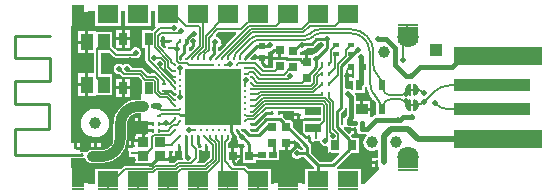
<source format=gtl>
G04 Layer_Physical_Order=1*
G04 Layer_Color=255*
%FSLAX24Y24*%
%MOIN*%
G70*
G01*
G75*
%ADD10C,0.0079*%
%ADD11C,0.0080*%
%ADD12C,0.0090*%
%ADD13C,0.0350*%
%ADD14C,0.0120*%
%ADD15C,0.0060*%
%ADD16R,0.2960X0.0600*%
%ADD17R,0.2560X0.0400*%
%ADD18R,0.0256X0.0413*%
%ADD19R,0.0413X0.0551*%
%ADD20R,0.1902X0.1902*%
%ADD21C,0.0108*%
%ADD22R,0.0197X0.0157*%
%ADD23R,0.0394X0.0394*%
%ADD24R,0.0236X0.0335*%
%ADD25R,0.0394X0.0335*%
%ADD26R,0.0300X0.0320*%
%ADD27R,0.0315X0.0295*%
%ADD28R,0.0197X0.0236*%
%ADD29R,0.0256X0.0197*%
%ADD30R,0.0374X0.0335*%
%ADD31R,0.0106X0.0118*%
%ADD32R,0.0551X0.0295*%
%ADD33R,0.0118X0.0106*%
%ADD34C,0.0394*%
%ADD35C,0.0709*%
%ADD36R,0.0236X0.0197*%
%ADD37R,0.0295X0.0315*%
%ADD38C,0.0079*%
%ADD39C,0.0098*%
%ADD40C,0.0100*%
%ADD41C,0.0059*%
%ADD42C,0.0050*%
%ADD43C,0.0072*%
%ADD44C,0.0150*%
%ADD45C,0.0057*%
%ADD46C,0.0200*%
%ADD47R,0.0560X0.0570*%
%ADD48R,0.0990X0.0552*%
%ADD49R,0.0709X0.0531*%
%ADD50R,0.0440X0.0531*%
%ADD51C,0.0390*%
%ADD52R,0.0440X0.0098*%
%ADD53R,0.0709X0.0098*%
%ADD54R,0.0709X0.0571*%
%ADD55C,0.0197*%
G36*
X13502Y440D02*
X13528Y423D01*
X13557Y394D01*
X13578Y371D01*
X13601Y332D01*
X13612Y295D01*
X13610Y208D01*
X13600Y180D01*
X13567Y126D01*
X13534Y94D01*
X13498Y71D01*
X13458Y59D01*
X13438Y66D01*
X13426Y87D01*
X13426Y426D01*
X13456Y455D01*
X13502Y440D01*
D02*
G37*
G36*
X13334Y446D02*
X13346Y425D01*
X13346Y86D01*
X13316Y57D01*
X13269Y72D01*
X13244Y89D01*
X13215Y118D01*
X13194Y141D01*
X13171Y180D01*
X13160Y217D01*
X13162Y304D01*
X13172Y332D01*
X13205Y386D01*
X13238Y418D01*
X13274Y441D01*
X13314Y453D01*
X13334Y446D01*
D02*
G37*
G36*
X4136Y-592D02*
X4300D01*
Y-642D01*
X4350D01*
Y-795D01*
X4459D01*
Y-775D01*
X4586D01*
Y-825D01*
X4739D01*
Y-925D01*
X4586D01*
Y-946D01*
X4586D01*
Y-1055D01*
X4739D01*
Y-1145D01*
X4738Y-1145D01*
X4724Y-1154D01*
X4723Y-1155D01*
X4586D01*
Y-1221D01*
X4476D01*
Y-1488D01*
X4376D01*
Y-1221D01*
X4139D01*
Y-1469D01*
X4132D01*
Y-1623D01*
X4082D01*
Y-1673D01*
X3923D01*
Y-1776D01*
X3943D01*
Y-1980D01*
X4159D01*
Y-2188D01*
X4668D01*
X4707Y-2233D01*
X4704Y-2256D01*
X4671Y-2288D01*
X3817D01*
X3800Y-2289D01*
X3784Y-2293D01*
X3769Y-2300D01*
X3755Y-2308D01*
X3742Y-2319D01*
X3673Y-2388D01*
X2816D01*
Y-2872D01*
X2570D01*
Y-2784D01*
X2250D01*
Y-2734D01*
X2200D01*
Y-2368D01*
X2030D01*
Y-2016D01*
X2295D01*
Y-2029D01*
X2501D01*
X2512Y-2056D01*
X2525Y-2083D01*
X2541Y-2107D01*
X2561Y-2129D01*
X2583Y-2149D01*
X2607Y-2165D01*
X2634Y-2178D01*
X2662Y-2188D01*
X2691Y-2194D01*
X2720Y-2195D01*
X3060D01*
X3061Y-2195D01*
X3114Y-2194D01*
X3168Y-2188D01*
X3221Y-2180D01*
X3274Y-2167D01*
X3325Y-2152D01*
X3376Y-2133D01*
X3425Y-2110D01*
X3473Y-2085D01*
X3519Y-2056D01*
X3562Y-2025D01*
X3604Y-1991D01*
X3644Y-1954D01*
X3681Y-1914D01*
X3715Y-1873D01*
X3746Y-1829D01*
X3775Y-1783D01*
X3800Y-1735D01*
X3823Y-1686D01*
X3842Y-1635D01*
X3857Y-1584D01*
X3870Y-1531D01*
X3873Y-1513D01*
X3923Y-1517D01*
Y-1573D01*
X4032D01*
Y-1469D01*
X3929D01*
X3881Y-1448D01*
X3884Y-1424D01*
X3885Y-1371D01*
X3885Y-1370D01*
Y-900D01*
X3885Y-896D01*
X3887Y-863D01*
X3892Y-827D01*
X3901Y-791D01*
X3914Y-757D01*
X3929Y-723D01*
X3948Y-692D01*
X3970Y-662D01*
X3995Y-635D01*
X4022Y-610D01*
X4052Y-588D01*
X4083Y-569D01*
X4091Y-566D01*
X4136Y-592D01*
D02*
G37*
G36*
X9623Y1228D02*
X9253D01*
X9245Y1236D01*
X9250Y1300D01*
X9257Y1304D01*
X9623D01*
Y1228D01*
D02*
G37*
G36*
X7446Y-1204D02*
X7551Y-1309D01*
X7550Y-1324D01*
X7551Y-1347D01*
X7556Y-1370D01*
X7563Y-1392D01*
X7574Y-1413D01*
X7575Y-1415D01*
X7585Y-1461D01*
X7585Y-1461D01*
X7585Y-1461D01*
Y-1570D01*
X7738D01*
Y-1670D01*
X7585D01*
Y-1697D01*
X7466D01*
Y-1905D01*
X7663D01*
Y-1779D01*
X7720D01*
Y-2192D01*
X8175D01*
Y-2143D01*
X8175Y-2093D01*
X8965D01*
Y-1763D01*
X9140D01*
Y-1516D01*
X9190D01*
Y-1466D01*
X9447D01*
Y-1436D01*
X9494Y-1417D01*
X9766Y-1690D01*
X9761Y-1740D01*
X9672D01*
X9659Y-1728D01*
X9639Y-1715D01*
X9618Y-1705D01*
X9596Y-1697D01*
X9573Y-1693D01*
X9550Y-1691D01*
X9527Y-1693D01*
X9504Y-1697D01*
X9497Y-1699D01*
X9459Y-1680D01*
X9447Y-1666D01*
Y-1566D01*
X9240D01*
Y-1763D01*
X9348D01*
X9366Y-1782D01*
X9381Y-1813D01*
X9377Y-1824D01*
X9373Y-1847D01*
X9371Y-1870D01*
X9373Y-1893D01*
X9377Y-1916D01*
X9385Y-1938D01*
X9395Y-1959D01*
X9408Y-1979D01*
X9424Y-1996D01*
X9441Y-2012D01*
X9461Y-2025D01*
X9482Y-2035D01*
X9504Y-2043D01*
X9527Y-2047D01*
X9550Y-2049D01*
X9573Y-2047D01*
X9596Y-2043D01*
X9618Y-2035D01*
X9639Y-2025D01*
X9659Y-2012D01*
X9672Y-2000D01*
X9796D01*
X10120Y-2324D01*
Y-2388D01*
X9816D01*
Y-2872D01*
X9704D01*
Y-2784D01*
X8796D01*
Y-2872D01*
X8684D01*
Y-2388D01*
X7957D01*
X7874Y-2306D01*
X7862Y-2295D01*
X7848Y-2286D01*
X7833Y-2280D01*
X7816Y-2276D01*
X7800Y-2275D01*
X7465D01*
X7456Y-2262D01*
X7482Y-2212D01*
X7663D01*
Y-2005D01*
X7416D01*
Y-1955D01*
X7366D01*
Y-1697D01*
X7253D01*
Y-1526D01*
X7317Y-1462D01*
X7327Y-1450D01*
X7336Y-1436D01*
X7342Y-1420D01*
X7346Y-1404D01*
X7347Y-1388D01*
Y-1363D01*
X7351Y-1359D01*
X7362Y-1341D01*
X7370Y-1321D01*
X7375Y-1301D01*
X7377Y-1280D01*
X7375Y-1258D01*
X7370Y-1238D01*
X7372Y-1234D01*
X7388Y-1230D01*
X7411Y-1220D01*
X7431Y-1208D01*
X7436Y-1204D01*
X7446Y-1204D01*
D02*
G37*
G36*
X11275Y770D02*
X11428D01*
Y670D01*
X11275D01*
Y561D01*
X11428D01*
Y254D01*
X11378Y235D01*
X11376Y236D01*
X11359Y252D01*
X11339Y265D01*
X11318Y275D01*
X11296Y283D01*
X11273Y287D01*
X11250Y289D01*
X11227Y287D01*
X11212Y284D01*
X11188Y296D01*
X11162Y319D01*
Y822D01*
X11275D01*
Y770D01*
D02*
G37*
G36*
X11880Y330D02*
X11897Y273D01*
X11916Y216D01*
X11939Y160D01*
X11966Y106D01*
X11995Y54D01*
X12028Y3D01*
X12063Y-45D01*
X12102Y-92D01*
X12143Y-135D01*
X12143Y-135D01*
X12175Y-172D01*
X12176Y-173D01*
Y-586D01*
X12176Y-586D01*
X12152Y-592D01*
X12129Y-601D01*
X12109Y-614D01*
X12090Y-630D01*
X12052Y-669D01*
X12002Y-648D01*
Y-454D01*
X11705D01*
Y-404D01*
X11655D01*
Y-136D01*
X11520D01*
Y5D01*
X11519Y29D01*
X11513Y53D01*
X11504Y76D01*
X11491Y96D01*
X11482Y106D01*
X11496Y156D01*
X11824D01*
Y354D01*
X11874Y360D01*
X11880Y330D01*
D02*
G37*
G36*
X11210Y-354D02*
Y-597D01*
X11172Y-634D01*
X11156Y-653D01*
X11144Y-674D01*
X11141Y-681D01*
X11015D01*
Y-529D01*
X11124Y-421D01*
X11137Y-405D01*
X11148Y-388D01*
X11156Y-369D01*
X11160Y-349D01*
X11210Y-354D01*
D02*
G37*
G36*
X11282Y-996D02*
X11345D01*
Y-1020D01*
X11498D01*
Y-1070D01*
X11548D01*
Y-1229D01*
X11651D01*
X11651Y-1229D01*
X11672Y-1227D01*
X11701Y-1224D01*
X11722Y-1225D01*
X11858D01*
X11873Y-1257D01*
X11874Y-1275D01*
X11872Y-1277D01*
X11848Y-1298D01*
X11827Y-1322D01*
X11808Y-1348D01*
X11793Y-1376D01*
X11781Y-1406D01*
X11772Y-1436D01*
X11766Y-1468D01*
X11765Y-1500D01*
X11766Y-1532D01*
X11772Y-1564D01*
X11781Y-1594D01*
X11793Y-1624D01*
X11808Y-1652D01*
X11827Y-1678D01*
X11848Y-1702D01*
X11872Y-1723D01*
X11898Y-1742D01*
X11926Y-1757D01*
X11956Y-1769D01*
X11986Y-1778D01*
X12018Y-1784D01*
X12050Y-1785D01*
X12082Y-1784D01*
X12114Y-1778D01*
X12144Y-1769D01*
X12174Y-1757D01*
X12202Y-1742D01*
X12212Y-1735D01*
X12256Y-1754D01*
X12262Y-1760D01*
Y-2011D01*
X12065D01*
Y-2120D01*
X12218D01*
Y-2170D01*
X12262D01*
Y-2170D01*
X12263Y-2194D01*
X12268Y-2216D01*
Y-2329D01*
X12272D01*
X12291Y-2375D01*
X11795Y-2872D01*
X11684D01*
Y-2388D01*
X10901D01*
X10881Y-2339D01*
X11362Y-1857D01*
X11375Y-1841D01*
X11376Y-1840D01*
X11605D01*
Y-1360D01*
X11398D01*
X11394Y-1344D01*
X11386Y-1325D01*
X11375Y-1308D01*
X11362Y-1292D01*
X11349Y-1279D01*
X11370Y-1229D01*
X11448D01*
Y-1120D01*
X11345D01*
Y-1204D01*
X11295Y-1225D01*
X11115Y-1045D01*
X11134Y-999D01*
X11211D01*
X11211Y-999D01*
X11234Y-996D01*
X11261Y-994D01*
X11282Y-996D01*
D02*
G37*
G36*
X9451Y-526D02*
X9610D01*
Y-576D01*
X9660D01*
Y-730D01*
X9769D01*
Y-682D01*
X10355D01*
Y-746D01*
X10303Y-798D01*
X9744D01*
Y-1230D01*
X9694Y-1251D01*
X9427Y-984D01*
Y-770D01*
X9440Y-748D01*
X9466Y-730D01*
X9560D01*
Y-626D01*
X9451D01*
Y-716D01*
X9438Y-739D01*
X9412Y-757D01*
X9200D01*
X9095Y-652D01*
Y-564D01*
X8942D01*
Y-464D01*
X9095D01*
Y-455D01*
X9451D01*
Y-526D01*
D02*
G37*
G36*
X13502Y-72D02*
X13528Y-89D01*
X13557Y-118D01*
X13578Y-141D01*
X13601Y-180D01*
X13612Y-217D01*
X13610Y-304D01*
X13600Y-332D01*
X13567Y-386D01*
X13534Y-418D01*
X13498Y-441D01*
X13458Y-453D01*
X13438Y-446D01*
X13426Y-425D01*
X13426Y-86D01*
X13456Y-57D01*
X13502Y-72D01*
D02*
G37*
G36*
X13334Y-66D02*
X13346Y-87D01*
X13346Y-426D01*
X13316Y-455D01*
X13269Y-440D01*
X13244Y-423D01*
X13215Y-394D01*
X13194Y-371D01*
X13171Y-332D01*
X13160Y-295D01*
X13162Y-208D01*
X13172Y-180D01*
X13205Y-126D01*
X13238Y-94D01*
X13274Y-71D01*
X13314Y-59D01*
X13334Y-66D01*
D02*
G37*
G36*
X5161Y2020D02*
Y1917D01*
X5320D01*
Y1817D01*
X5161D01*
Y1714D01*
X5181D01*
Y1651D01*
X5135Y1632D01*
X5012Y1756D01*
Y2003D01*
X5050Y2041D01*
X5120D01*
X5161Y2020D01*
D02*
G37*
G36*
X10430Y1704D02*
X10194Y1468D01*
X10177Y1467D01*
X10154Y1463D01*
X10132Y1455D01*
X10111Y1445D01*
X10091Y1432D01*
X10088Y1429D01*
X9930D01*
Y1182D01*
X9830D01*
Y1429D01*
X9667D01*
Y1508D01*
X9677Y1523D01*
X9717Y1551D01*
X9720Y1551D01*
X9743Y1553D01*
X9766Y1557D01*
X9788Y1565D01*
X9809Y1575D01*
X9829Y1588D01*
X9846Y1604D01*
X9862Y1621D01*
X9875Y1641D01*
X9881Y1653D01*
X10047D01*
X10067Y1655D01*
X10087Y1660D01*
X10106Y1668D01*
X10123Y1678D01*
X10139Y1692D01*
X10255Y1808D01*
X10430D01*
Y1704D01*
D02*
G37*
G36*
X7532Y2118D02*
X7162Y1748D01*
X7115Y1767D01*
Y1785D01*
X7046D01*
X7014Y1819D01*
X7008Y1835D01*
X7009Y1850D01*
X7007Y1873D01*
X7003Y1896D01*
X6995Y1918D01*
X6985Y1939D01*
X6972Y1959D01*
X6956Y1976D01*
X6939Y1992D01*
X6919Y2005D01*
X6898Y2015D01*
X6876Y2023D01*
X6865Y2025D01*
X6850Y2054D01*
X6847Y2078D01*
X6934Y2165D01*
X7513D01*
X7532Y2118D01*
D02*
G37*
G36*
X10327Y-1486D02*
X10335Y-1508D01*
X10345Y-1529D01*
X10358Y-1549D01*
X10374Y-1566D01*
X10391Y-1582D01*
X10411Y-1595D01*
X10432Y-1605D01*
X10454Y-1613D01*
X10477Y-1617D01*
X10500Y-1619D01*
X10523Y-1617D01*
X10545Y-1613D01*
X10546Y-1613D01*
X10590Y-1640D01*
X10595Y-1648D01*
Y-1840D01*
X10945D01*
X10964Y-1886D01*
X10711Y-2140D01*
X10304D01*
X10030Y-1865D01*
Y-1640D01*
X10028Y-1620D01*
X10023Y-1600D01*
X10015Y-1581D01*
X10005Y-1564D01*
X9992Y-1548D01*
X9992Y-1548D01*
X9979Y-1535D01*
X9998Y-1489D01*
X10121D01*
Y-1469D01*
X10324D01*
X10327Y-1486D01*
D02*
G37*
G36*
X5679Y-1774D02*
X5724D01*
Y-1954D01*
X5724Y-1954D01*
X5726Y-1974D01*
X5731Y-1994D01*
X5738Y-2013D01*
X5741Y-2018D01*
X5741Y-2020D01*
X5742Y-2038D01*
X5741Y-2046D01*
X5706Y-2088D01*
X5594D01*
X5577Y-2089D01*
X5561Y-2093D01*
X5546Y-2100D01*
X5532Y-2108D01*
X5519Y-2119D01*
X5450Y-2188D01*
X5284D01*
Y-1960D01*
X5292D01*
Y-1807D01*
X5392D01*
Y-1960D01*
X5501D01*
Y-1774D01*
X5579D01*
Y-1615D01*
X5679D01*
Y-1774D01*
D02*
G37*
G36*
X9030Y1334D02*
X9147D01*
X9149Y1328D01*
X9112Y1278D01*
X8743D01*
Y994D01*
X8461D01*
X8406Y1049D01*
X8425Y1095D01*
X8598D01*
Y1263D01*
X8175D01*
X8158Y1249D01*
X8013D01*
X7992Y1299D01*
X8155Y1462D01*
X8202Y1443D01*
Y1363D01*
X8598D01*
Y1507D01*
X8609Y1525D01*
X8640Y1552D01*
X8650Y1551D01*
X8673Y1553D01*
X8673Y1553D01*
X8717Y1523D01*
X8723Y1513D01*
Y1334D01*
X8930D01*
Y1582D01*
X9030D01*
Y1334D01*
D02*
G37*
G36*
X4816Y2388D02*
X4829D01*
X4849Y2342D01*
X4740Y2234D01*
X4395D01*
Y1660D01*
X4498D01*
Y1232D01*
X4499Y1216D01*
X4503Y1200D01*
X4509Y1184D01*
X4518Y1170D01*
X4529Y1158D01*
X4836Y850D01*
X4821Y803D01*
X4817Y799D01*
X4804Y800D01*
X4585D01*
X4434Y951D01*
X4421Y962D01*
X4407Y970D01*
X4392Y977D01*
X4376Y981D01*
X4360Y982D01*
X4046D01*
X4043Y996D01*
X4035Y1018D01*
X4025Y1039D01*
X4012Y1059D01*
X3996Y1076D01*
X3979Y1092D01*
X3959Y1105D01*
X3938Y1115D01*
X3916Y1123D01*
X3893Y1127D01*
X3870Y1129D01*
X3847Y1127D01*
X3824Y1123D01*
X3802Y1115D01*
X3781Y1105D01*
X3761Y1092D01*
X3745Y1078D01*
X3729Y1092D01*
X3709Y1105D01*
X3688Y1115D01*
X3666Y1123D01*
X3643Y1127D01*
X3620Y1129D01*
X3597Y1127D01*
X3574Y1123D01*
X3552Y1115D01*
X3531Y1105D01*
X3511Y1092D01*
X3494Y1076D01*
X3478Y1059D01*
X3465Y1039D01*
X3455Y1018D01*
X3447Y996D01*
X3443Y973D01*
X3441Y950D01*
X3443Y927D01*
X3447Y904D01*
X3455Y882D01*
X3465Y861D01*
X3478Y841D01*
X3494Y824D01*
X3511Y808D01*
X3531Y795D01*
X3552Y785D01*
X3574Y777D01*
X3597Y773D01*
X3620Y771D01*
X3643Y773D01*
X3651Y774D01*
X3724Y702D01*
X3736Y691D01*
X3750Y683D01*
X3766Y676D01*
X3782Y673D01*
X3798Y671D01*
X4275D01*
X4395Y551D01*
Y128D01*
X4358D01*
Y-75D01*
X4260D01*
X4259Y-75D01*
X4206Y-76D01*
X4152Y-82D01*
X4099Y-90D01*
X4046Y-103D01*
X3995Y-118D01*
X3944Y-137D01*
X3895Y-160D01*
X3847Y-185D01*
X3801Y-214D01*
X3758Y-245D01*
X3716Y-279D01*
X3676Y-316D01*
X3639Y-356D01*
X3605Y-397D01*
X3574Y-441D01*
X3545Y-487D01*
X3520Y-535D01*
X3497Y-584D01*
X3478Y-635D01*
X3463Y-686D01*
X3450Y-739D01*
X3442Y-792D01*
X3436Y-846D01*
X3435Y-899D01*
X3435Y-900D01*
Y-1370D01*
X3435Y-1374D01*
X3433Y-1407D01*
X3428Y-1443D01*
X3419Y-1479D01*
X3406Y-1513D01*
X3391Y-1547D01*
X3372Y-1578D01*
X3350Y-1608D01*
X3325Y-1635D01*
X3298Y-1660D01*
X3268Y-1682D01*
X3237Y-1701D01*
X3203Y-1716D01*
X3169Y-1729D01*
X3133Y-1738D01*
X3097Y-1743D01*
X3064Y-1745D01*
X3060Y-1745D01*
X3009D01*
Y-1738D01*
X2850D01*
X2691D01*
Y-1746D01*
X2691Y-1746D01*
X2662Y-1752D01*
X2634Y-1762D01*
X2607Y-1775D01*
X2583Y-1791D01*
X2567Y-1805D01*
X2519Y-1811D01*
X2501D01*
X2501Y-1811D01*
X2329D01*
Y-1738D01*
X2170D01*
Y-1688D01*
X2120D01*
Y-1535D01*
X2030D01*
Y2368D01*
X2200D01*
Y2734D01*
X2250D01*
Y2784D01*
X2570D01*
Y2870D01*
X2816D01*
Y2388D01*
X3684D01*
Y2870D01*
X3816D01*
Y2388D01*
X4684D01*
Y2870D01*
X4816D01*
Y2388D01*
D02*
G37*
G36*
X6574Y-1774D02*
X6641D01*
Y-1997D01*
X6450Y-2188D01*
X6236D01*
X6217Y-2142D01*
X6271Y-2088D01*
X6282Y-2075D01*
X6290Y-2061D01*
X6297Y-2046D01*
X6301Y-2030D01*
X6302Y-2013D01*
Y-1754D01*
X6371D01*
Y-1774D01*
X6474D01*
Y-1615D01*
X6574D01*
Y-1774D01*
D02*
G37*
%LPC*%
G36*
X2570Y-2368D02*
X2300D01*
Y-2684D01*
X2570D01*
Y-2368D01*
D02*
G37*
G36*
X4250Y-692D02*
X4141D01*
Y-795D01*
X4250D01*
Y-692D01*
D02*
G37*
G36*
X9704Y-2368D02*
X9300D01*
Y-2684D01*
X9704D01*
Y-2368D01*
D02*
G37*
G36*
X9200D02*
X8796D01*
Y-2684D01*
X9200D01*
Y-2368D01*
D02*
G37*
G36*
X12002Y-136D02*
X11755D01*
Y-354D01*
X12002D01*
Y-136D01*
D02*
G37*
G36*
X12168Y-2220D02*
X12065D01*
Y-2329D01*
X12168D01*
Y-2220D01*
D02*
G37*
G36*
X2800Y-1535D02*
X2691D01*
Y-1638D01*
X2800D01*
Y-1535D01*
D02*
G37*
G36*
X2329Y-1535D02*
X2220D01*
Y-1638D01*
X2329D01*
Y-1535D01*
D02*
G37*
G36*
X2820Y-374D02*
X2779Y-376D01*
X2737Y-381D01*
X2697Y-390D01*
X2657Y-403D01*
X2619Y-418D01*
X2582Y-438D01*
X2547Y-460D01*
X2514Y-485D01*
X2483Y-513D01*
X2455Y-544D01*
X2430Y-577D01*
X2408Y-612D01*
X2388Y-649D01*
X2373Y-687D01*
X2360Y-727D01*
X2351Y-767D01*
X2346Y-808D01*
X2344Y-850D01*
X2346Y-891D01*
X2351Y-933D01*
X2360Y-973D01*
X2373Y-1013D01*
X2388Y-1051D01*
X2408Y-1088D01*
X2430Y-1123D01*
X2455Y-1156D01*
X2483Y-1187D01*
X2514Y-1215D01*
X2547Y-1240D01*
X2582Y-1262D01*
X2619Y-1282D01*
X2657Y-1297D01*
X2697Y-1310D01*
X2737Y-1319D01*
X2779Y-1324D01*
X2820Y-1326D01*
X2862Y-1324D01*
X2903Y-1319D01*
X2943Y-1310D01*
X2983Y-1297D01*
X3021Y-1282D01*
X3058Y-1262D01*
X3093Y-1240D01*
X3126Y-1215D01*
X3157Y-1187D01*
X3185Y-1156D01*
X3210Y-1123D01*
X3232Y-1088D01*
X3252Y-1051D01*
X3267Y-1013D01*
X3280Y-973D01*
X3289Y-933D01*
X3294Y-891D01*
X3296Y-850D01*
X3294Y-808D01*
X3289Y-767D01*
X3280Y-727D01*
X3267Y-687D01*
X3252Y-649D01*
X3232Y-612D01*
X3210Y-577D01*
X3185Y-544D01*
X3157Y-513D01*
X3126Y-485D01*
X3093Y-460D01*
X3058Y-438D01*
X3021Y-418D01*
X2983Y-403D01*
X2943Y-390D01*
X2903Y-381D01*
X2862Y-376D01*
X2820Y-374D01*
D02*
G37*
G36*
X3009Y-1535D02*
X2900D01*
Y-1638D01*
X3009D01*
Y-1535D01*
D02*
G37*
G36*
X3985Y1897D02*
X3807D01*
Y1640D01*
X3985D01*
Y1897D01*
D02*
G37*
G36*
X2495Y1789D02*
X2238D01*
Y1463D01*
X2495D01*
Y1789D01*
D02*
G37*
G36*
X2851Y2214D02*
X2595D01*
Y1839D01*
Y1463D01*
X2795D01*
Y797D01*
X2595D01*
Y421D01*
Y46D01*
X2851D01*
Y66D01*
X3402D01*
Y777D01*
X3005D01*
Y1483D01*
X3322D01*
X3455Y1351D01*
X3467Y1340D01*
X3481Y1331D01*
X3497Y1325D01*
X3513Y1321D01*
X3529Y1320D01*
X4115D01*
X4124Y1320D01*
X4134Y1317D01*
X4157Y1313D01*
X4180Y1311D01*
X4203Y1313D01*
X4226Y1317D01*
X4248Y1325D01*
X4269Y1335D01*
X4289Y1348D01*
X4306Y1364D01*
X4322Y1381D01*
X4335Y1401D01*
X4345Y1422D01*
X4353Y1444D01*
X4357Y1467D01*
X4359Y1490D01*
X4357Y1513D01*
X4353Y1536D01*
X4345Y1558D01*
X4335Y1579D01*
X4322Y1599D01*
X4306Y1616D01*
X4289Y1632D01*
X4269Y1645D01*
X4248Y1655D01*
X4226Y1663D01*
X4203Y1667D01*
X4180Y1669D01*
X4157Y1667D01*
X4134Y1663D01*
X4112Y1655D01*
X4091Y1645D01*
X4071Y1632D01*
X4054Y1616D01*
X4038Y1599D01*
X4025Y1579D01*
X4015Y1558D01*
X4007Y1536D01*
X4006Y1530D01*
X3573D01*
X3501Y1602D01*
X3534Y1640D01*
X3577Y1640D01*
X3707D01*
Y1897D01*
X3529D01*
Y1690D01*
X3529Y1645D01*
X3490Y1613D01*
X3402Y1701D01*
Y2194D01*
X2851D01*
Y2214D01*
D02*
G37*
G36*
X2495D02*
X2238D01*
Y1889D01*
X2495D01*
Y2214D01*
D02*
G37*
G36*
X2570Y2684D02*
X2300D01*
Y2368D01*
X2570D01*
Y2684D01*
D02*
G37*
G36*
X3985Y2254D02*
X3807D01*
Y1997D01*
X3985D01*
Y2254D01*
D02*
G37*
G36*
X3707D02*
X3529D01*
Y1997D01*
X3707D01*
Y2254D01*
D02*
G37*
G36*
X2495Y797D02*
X2238D01*
Y471D01*
X2495D01*
Y797D01*
D02*
G37*
G36*
X3707Y263D02*
X3529D01*
Y6D01*
X3707D01*
Y263D01*
D02*
G37*
G36*
X3985D02*
X3807D01*
Y6D01*
X3985D01*
Y263D01*
D02*
G37*
G36*
Y620D02*
X3807D01*
Y363D01*
X3985D01*
Y620D01*
D02*
G37*
G36*
X3707D02*
X3529D01*
Y363D01*
X3707D01*
Y620D01*
D02*
G37*
G36*
X2495Y371D02*
X2238D01*
Y46D01*
X2495D01*
Y371D01*
D02*
G37*
%LPD*%
D10*
X12413Y328D02*
G03*
X12388Y390I-87J0D01*
G01*
X12374Y404D02*
G03*
X12228Y756I-499J-0D01*
G01*
X12992Y64D02*
G03*
X13110Y113I0J167D01*
G01*
X12413Y328D02*
G03*
X12677Y64I264J0D01*
G01*
X12100Y1520D02*
G03*
X11354Y2266I-746J0D01*
G01*
X12100Y1065D02*
G03*
X12228Y756I437J0D01*
G01*
X8256Y2052D02*
G03*
X7986Y1940I0J-382D01*
G01*
D02*
G03*
X7985Y1940I270J-271D01*
G01*
X7520Y1474D02*
G03*
X7439Y1280I195J-195D01*
G01*
X10300Y2266D02*
G03*
X10020Y2150I0J-396D01*
G01*
X9828Y2052D02*
G03*
X9988Y2118I0J226D01*
G01*
X13110Y-113D02*
G03*
X12992Y-64I-118J-118D01*
G01*
X12658D02*
G03*
X12413Y-308I0J-244D01*
G01*
X12374Y-404D02*
G03*
X12228Y-51I-499J-0D01*
G01*
X12374Y-404D02*
G03*
X12413Y-308I-95J95D01*
G01*
X11971Y1520D02*
G03*
X11354Y2137I-617J0D01*
G01*
X11971Y569D02*
G03*
X12228Y-51I876J0D01*
G01*
X8309Y1923D02*
G03*
X8039Y1811I0J-382D01*
G01*
X7684Y1457D02*
G03*
X7636Y1340I117J-117D01*
G01*
X10300Y2137D02*
G03*
X10111Y2059I0J-267D01*
G01*
X9828Y1923D02*
G03*
X10079Y2027I0J355D01*
G01*
X14150Y-200D02*
G03*
X14623Y-396I473J473D01*
G01*
X13780Y-150D02*
G03*
X13812Y-137I0J46D01*
G01*
X13524Y-256D02*
G03*
X13780Y-150I0J362D01*
G01*
X14623Y398D02*
G03*
X14150Y202I0J-670D01*
G01*
X13780Y150D02*
G03*
X13524Y256I-256J-256D01*
G01*
X12100Y1065D02*
Y1520D01*
X12374Y404D02*
X12388Y390D01*
X13110Y113D02*
X13253Y256D01*
X12677Y64D02*
X12992D01*
X10300Y2266D02*
X11354D01*
X8256Y2052D02*
X9828D01*
X7985Y1940D02*
X7986Y1940D01*
X7520Y1474D02*
X7985Y1940D01*
X9988Y2118D02*
X10020Y2150D01*
X13110Y-113D02*
X13253Y-256D01*
X12658Y-64D02*
X12992D01*
X11971Y569D02*
Y1520D01*
X8309Y1923D02*
X9828D01*
X7684Y1457D02*
X8039Y1811D01*
X7636Y1280D02*
Y1340D01*
X10300Y2137D02*
X11354D01*
X10079Y2027D02*
X10111Y2059D01*
X14623Y-396D02*
X16037D01*
X13519Y-256D02*
X13524D01*
X14623Y398D02*
X16037D01*
X13812Y-137D02*
X14150Y202D01*
X13519Y256D02*
X13524D01*
D11*
X3060Y-1705D02*
G03*
X3395Y-1370I0J335D01*
G01*
X9364Y1000D02*
X9430D01*
X9115Y751D02*
X9364Y1000D01*
X8355Y751D02*
X9115D01*
X8122Y984D02*
X8355Y751D01*
X7833Y984D02*
X8122D01*
X9251Y621D02*
X9330Y700D01*
X8301Y621D02*
X9251D01*
X8079Y843D02*
X8301Y621D01*
X7966Y843D02*
X8079D01*
X7910Y787D02*
X7966Y843D01*
X7833Y787D02*
X7910D01*
X9721Y491D02*
X9880Y650D01*
X8234Y491D02*
X9721D01*
X8037Y689D02*
X8234Y491D01*
X8030Y689D02*
X8037D01*
X2910Y-1705D02*
X3060D01*
X11498Y-1138D02*
X11680Y-1320D01*
X11498Y-1138D02*
Y-1070D01*
X11350Y1020D02*
X11353D01*
X11428Y720D02*
Y945D01*
X11353Y1020D02*
X11428Y945D01*
X11058Y-622D02*
X11120Y-560D01*
X11058Y-840D02*
Y-622D01*
X11230Y900D02*
X11350Y1020D01*
X11230Y720D02*
Y900D01*
X4791Y870D02*
X5110Y551D01*
X4660Y870D02*
X4791D01*
X5110Y452D02*
Y551D01*
X13253Y256D02*
X13519D01*
X13253Y-256D02*
X13519D01*
D12*
X3060Y-2240D02*
G03*
X3930Y-1370I0J870D01*
G01*
D13*
X3060Y-1970D02*
G03*
X3660Y-1370I0J600D01*
G01*
X4260Y-300D02*
G03*
X3660Y-900I0J-600D01*
G01*
X2720Y-1970D02*
X3060D01*
X3660Y-1370D02*
Y-900D01*
X4260Y-300D02*
X4420D01*
D14*
X4300Y-588D02*
G03*
X3945Y-900I-40J-312D01*
G01*
D15*
X13456Y86D02*
G03*
X13456Y425I-44J170D01*
G01*
X13316D02*
G03*
X13316Y86I44J-170D01*
G01*
X13456Y-425D02*
G03*
X13456Y-86I-44J170D01*
G01*
X13316D02*
G03*
X13316Y-425I44J-170D01*
G01*
D16*
X16236Y-1376D02*
D03*
Y1382D02*
D03*
D17*
X16037Y-396D02*
D03*
Y398D02*
D03*
D18*
X3757Y313D02*
D03*
Y1947D02*
D03*
X4603Y313D02*
D03*
Y1947D02*
D03*
D19*
X2545Y421D02*
D03*
X3115D02*
D03*
Y1839D02*
D03*
X2545D02*
D03*
D20*
X6750Y0D02*
D03*
D21*
X5667Y1280D02*
D03*
X5864D02*
D03*
X6061D02*
D03*
X6258D02*
D03*
X6455D02*
D03*
X6652D02*
D03*
X6848D02*
D03*
X7045D02*
D03*
X7242D02*
D03*
X7439D02*
D03*
X7636D02*
D03*
X7833D02*
D03*
X5470Y1083D02*
D03*
X5963D02*
D03*
X6159D02*
D03*
X6356D02*
D03*
X6553D02*
D03*
X6750D02*
D03*
X6947D02*
D03*
X7144D02*
D03*
X7537D02*
D03*
X7833Y984D02*
D03*
X5470Y886D02*
D03*
X5667Y787D02*
D03*
X7833D02*
D03*
X5470Y689D02*
D03*
X8030D02*
D03*
X5667Y591D02*
D03*
X5470Y492D02*
D03*
X8030D02*
D03*
X5667Y394D02*
D03*
X7833D02*
D03*
X5470Y295D02*
D03*
X8030D02*
D03*
X5667Y197D02*
D03*
X7833D02*
D03*
X5470Y98D02*
D03*
X8030D02*
D03*
X7833Y0D02*
D03*
X5470Y-98D02*
D03*
X8030D02*
D03*
X7833Y-197D02*
D03*
X5470Y-295D02*
D03*
X8030D02*
D03*
X5667Y-394D02*
D03*
X7833D02*
D03*
X8030Y-492D02*
D03*
X5667Y-591D02*
D03*
X7833D02*
D03*
X5470Y-689D02*
D03*
X7833Y-787D02*
D03*
X8030Y-886D02*
D03*
X5667Y-787D02*
D03*
X5470Y-1083D02*
D03*
X6159D02*
D03*
X6356D02*
D03*
X6553D02*
D03*
X6750D02*
D03*
X6947D02*
D03*
X7144D02*
D03*
X7341D02*
D03*
X7537D02*
D03*
X7734D02*
D03*
X8030D02*
D03*
X5667Y-1280D02*
D03*
X6061D02*
D03*
X6258D02*
D03*
X6455D02*
D03*
X6652D02*
D03*
X6848D02*
D03*
X7045D02*
D03*
X7242D02*
D03*
X5864D02*
D03*
D22*
X11356Y1738D02*
D03*
X10844D02*
D03*
Y1462D02*
D03*
X11356D02*
D03*
D23*
X14173Y1575D02*
D03*
D24*
X11626Y404D02*
D03*
X12374D02*
D03*
Y-404D02*
D03*
D25*
X11705D02*
D03*
D26*
X10825Y-1600D02*
D03*
X11375D02*
D03*
D27*
X9430Y1000D02*
D03*
Y1532D02*
D03*
X8730Y-984D02*
D03*
Y-1516D02*
D03*
X9190D02*
D03*
Y-984D02*
D03*
X9880Y1182D02*
D03*
Y650D02*
D03*
X8980Y1582D02*
D03*
Y1050D02*
D03*
D28*
X8400Y1313D02*
D03*
Y1707D02*
D03*
D29*
X8383Y-1914D02*
D03*
X8757D02*
D03*
D30*
X4426Y-1488D02*
D03*
Y-1941D02*
D03*
X4997D02*
D03*
Y-1488D02*
D03*
D31*
X4734Y-303D02*
D03*
X4509D02*
D03*
X5862Y1880D02*
D03*
X5638D02*
D03*
X2398Y-1920D02*
D03*
X2622D02*
D03*
X12442Y-2170D02*
D03*
X12218D02*
D03*
X11722Y-840D02*
D03*
X11498D02*
D03*
X11652Y720D02*
D03*
X11428D02*
D03*
X11282Y-840D02*
D03*
X11058D02*
D03*
X11722Y-1070D02*
D03*
X11498D02*
D03*
X9968Y-1330D02*
D03*
X10192D02*
D03*
X6524Y-1615D02*
D03*
X6299D02*
D03*
X5629D02*
D03*
X5854D02*
D03*
X4739Y-1105D02*
D03*
X4964D02*
D03*
X4964Y-875D02*
D03*
X4739D02*
D03*
X6002Y1626D02*
D03*
X5778D02*
D03*
X6962D02*
D03*
X6738D02*
D03*
X8942Y-514D02*
D03*
X8718D02*
D03*
X7962Y-1620D02*
D03*
X7738D02*
D03*
X10622Y120D02*
D03*
X10398D02*
D03*
X10622Y453D02*
D03*
X10398D02*
D03*
X10622Y1120D02*
D03*
X10398D02*
D03*
X10622Y787D02*
D03*
X10398D02*
D03*
D32*
X10100Y-455D02*
D03*
Y-1025D02*
D03*
D33*
X2170Y-1912D02*
D03*
Y-1688D02*
D03*
X5320Y1643D02*
D03*
Y1867D02*
D03*
X2850Y-1688D02*
D03*
Y-1912D02*
D03*
X9610Y-576D02*
D03*
Y-352D02*
D03*
X5110Y452D02*
D03*
Y228D02*
D03*
X4300Y-418D02*
D03*
Y-642D02*
D03*
X4958Y-390D02*
D03*
Y-614D02*
D03*
X5342Y-1807D02*
D03*
Y-1583D02*
D03*
X4082Y-1623D02*
D03*
Y-1847D02*
D03*
D34*
X2820Y-850D02*
D03*
D35*
X13250Y-2000D02*
D03*
Y2000D02*
D03*
D36*
X11747Y1020D02*
D03*
X11353D02*
D03*
D37*
X7947Y-1955D02*
D03*
X7416D02*
D03*
D38*
X13253Y256D02*
D03*
X13519D02*
D03*
X13253Y-256D02*
D03*
X13519D02*
D03*
D39*
X8220Y1710D02*
X8630D01*
X8650Y1730D01*
X5854Y-1954D02*
Y-1615D01*
Y-1954D02*
X5920Y-2020D01*
X7954Y-1254D02*
X8280D01*
X7783Y-1083D02*
X7954Y-1254D01*
X7734Y-1083D02*
X7783D01*
X7537Y-1113D02*
X7962Y-1538D01*
X5110Y228D02*
X5311D01*
X5440Y98D01*
X8770Y-1851D02*
Y-1460D01*
X8757Y-1864D02*
X8770Y-1851D01*
X8280Y-1254D02*
X8606Y-928D01*
X8770D01*
X7537Y-1113D02*
Y-1083D01*
X5864Y-1615D02*
Y-1280D01*
X6258Y-1563D02*
X6309Y-1615D01*
X6258Y-1563D02*
Y-1280D01*
X6772Y1458D02*
Y1838D01*
X5667Y1383D02*
X5772Y1488D01*
X5667Y1280D02*
Y1383D01*
X6652Y1337D02*
X6772Y1458D01*
X6652Y1280D02*
Y1337D01*
X5440Y98D02*
X5470D01*
X6159Y-591D02*
X6750Y0D01*
X5667Y-591D02*
X6159D01*
X7341Y-1151D02*
Y-1083D01*
Y-1151D02*
X7403Y-1213D01*
Y-1434D02*
Y-1213D01*
X7341Y-1083D02*
Y-591D01*
X6750Y0D02*
X7341Y-591D01*
X8030Y-1083D02*
X8177D01*
X8530Y-730D01*
X8990D01*
X7962Y-1889D02*
X7988Y-1915D01*
X8382D01*
X8383Y-1914D01*
X7962Y-1889D02*
Y-1538D01*
X9900Y-1920D02*
Y-1640D01*
X8990Y-730D02*
X9900Y-1640D01*
X7833Y1280D02*
Y1323D01*
X8220Y1710D01*
X6065Y2120D02*
X6135D01*
X5778Y1626D02*
Y1708D01*
X5902Y1832D01*
Y1957D01*
X5772Y1488D02*
Y1626D01*
X5902Y1957D02*
X6065Y2120D01*
D40*
X10552Y1938D02*
X10560Y1930D01*
X10201Y1938D02*
X10552D01*
X10047Y1784D02*
X10201Y1938D01*
X9682Y1784D02*
X10047D01*
X11032Y1056D02*
X11587Y1612D01*
X10560Y1650D02*
Y1930D01*
X10200Y1290D02*
X10560Y1650D01*
X9190Y1310D02*
X9230Y1270D01*
X8680Y1310D02*
X9190D01*
X8670Y1300D02*
X8680Y1310D01*
X9230Y1270D02*
X9640D01*
X9728Y1182D01*
X9880D01*
X8480Y1050D02*
X8630D01*
X8400Y1130D02*
X8480Y1050D01*
X8400Y1130D02*
Y1313D01*
X8782Y1582D02*
X8980D01*
X8687Y1486D02*
X8782Y1582D01*
X8670Y1486D02*
X8687D01*
X8670Y1300D02*
Y1486D01*
X9430Y1532D02*
X9682Y1784D01*
X4060Y-1410D02*
X4348D01*
X4426Y-1488D01*
X5106Y-2050D02*
X5330D01*
X4997Y-1941D02*
X5106Y-2050D01*
X4630Y-2240D02*
X4692D01*
X4991Y-1941D01*
X4997D01*
X10765Y-2270D02*
X11270Y-1765D01*
Y-1385D01*
X10885Y-1000D02*
X11270Y-1385D01*
X10250Y-2270D02*
X10765D01*
X10250Y-2930D02*
Y-2270D01*
X143Y1317D02*
Y2057D01*
Y1317D02*
X1312D01*
Y547D02*
Y1317D01*
X143Y547D02*
X1312D01*
X143Y-233D02*
Y547D01*
Y-233D02*
X1302D01*
Y-1043D02*
Y-233D01*
X143Y-1043D02*
X1302D01*
X143Y2057D02*
X1310D01*
X143Y-1916D02*
Y-1043D01*
Y-1916D02*
X2398D01*
X8030Y-886D02*
X8155D01*
X8527Y-514D01*
X8718D01*
X9850Y-1870D02*
X10250Y-2270D01*
X9550Y-1870D02*
X9850D01*
X10885Y-1000D02*
Y-475D01*
X11032Y-328D01*
Y1056D01*
X6100Y1724D02*
Y1900D01*
X6002Y1626D02*
X6100Y1724D01*
X6962Y1626D02*
X7160Y1824D01*
Y1950D01*
X7416Y-2166D02*
Y-1955D01*
Y-2166D02*
X7480Y-2230D01*
X8310D01*
X7630Y-1620D02*
X7738D01*
X7700Y-1658D02*
X7738Y-1620D01*
X7700Y-2110D02*
Y-1658D01*
X9540Y-1599D02*
Y-1590D01*
X9310Y-1829D02*
X9540Y-1599D01*
X9310Y-1850D02*
Y-1829D01*
X9360Y-680D02*
Y-650D01*
Y-680D02*
X9490Y-810D01*
X9660Y-1150D02*
Y-1110D01*
Y-1150D02*
X9840Y-1330D01*
X9968D01*
Y-1448D02*
Y-1330D01*
Y-1448D02*
X10080Y-1560D01*
X9880Y650D02*
Y690D01*
X10200Y1010D01*
Y1290D01*
D41*
X9765Y2171D02*
X9983Y2389D01*
X8048Y2171D02*
X9765D01*
X9720Y2280D02*
X10250Y2810D01*
X8003Y2280D02*
X9720D01*
X9983Y2389D02*
X10809D01*
X7242Y1365D02*
X8048Y2171D01*
X7045Y1322D02*
X8003Y2280D01*
X7958Y2389D02*
X8839D01*
X6848Y1280D02*
X7958Y2389D01*
X4997Y-1488D02*
X5091Y-1583D01*
X5342D01*
X10809Y2389D02*
X11250Y2830D01*
X9250Y2800D02*
Y3000D01*
X10250Y2810D02*
Y3000D01*
X11250Y2830D02*
Y3000D01*
X7242Y1280D02*
Y1365D01*
X7045Y1280D02*
Y1322D01*
X5364Y-1583D02*
X5667Y-1280D01*
X5342Y-1583D02*
X5364D01*
X5352Y-995D02*
X5431Y-915D01*
X5307Y-875D02*
X5470Y-712D01*
X5537Y-915D02*
X5665Y-787D01*
X5667D01*
X5431Y-915D02*
X5537D01*
X5470Y-712D02*
Y-689D01*
X8839Y2389D02*
X9250Y2800D01*
D42*
X7691Y2270D02*
X8250Y2829D01*
X6890Y2270D02*
X7691D01*
X6610Y1990D02*
X6890Y2270D01*
X5314Y-1239D02*
X5470Y-1083D01*
X4786Y-1239D02*
X5314D01*
X4815Y-2294D02*
X5494D01*
X4715Y-2394D02*
X4815Y-2294D01*
X4857Y-2394D02*
X5535D01*
X4750Y-2500D02*
X4857Y-2394D01*
X3817D02*
X4715D01*
X4580Y-2500D02*
X4750D01*
X4720Y-1700D02*
Y-1305D01*
X4479Y-1941D02*
X4720Y-1700D01*
X4082Y-1847D02*
X4528D01*
X4426Y-1941D02*
X4479D01*
X4720Y-1305D02*
X4786Y-1239D01*
X4250Y-2830D02*
X4580Y-2500D01*
X5538Y1219D02*
Y1552D01*
X10913Y-1600D02*
Y-1208D01*
X10760Y-1051D02*
X10800Y-1091D01*
X10825Y-1600D02*
X10913D01*
X10800Y-1095D02*
X10913Y-1208D01*
X10800Y-1095D02*
Y-1091D01*
X10500Y-1440D02*
X10560Y-1380D01*
X10740Y-1280D02*
Y-1240D01*
X2900Y1623D02*
X3115Y1839D01*
X2900Y637D02*
Y1623D01*
Y637D02*
X3115Y421D01*
Y1839D02*
X3529Y1425D01*
X5594Y-2193D02*
X6016D01*
X5635Y-2294D02*
X6494D01*
X5677Y-2394D02*
X6535D01*
X5538Y1219D02*
X5607Y1150D01*
X5612Y2147D02*
X5685Y2220D01*
X5341Y439D02*
X5470Y310D01*
X5650Y5D02*
X5667Y22D01*
Y197D01*
X4978Y-0D02*
X5222D01*
X5340Y-118D01*
Y-151D02*
Y-118D01*
Y-151D02*
X5470Y-281D01*
Y-295D02*
Y-281D01*
X5264Y100D02*
X5462Y-98D01*
X5470D01*
Y492D02*
Y506D01*
X6310Y1711D02*
Y2330D01*
X6410Y1669D02*
Y2840D01*
X6510Y2031D02*
X6820Y2341D01*
X6510Y1628D02*
Y2031D01*
X6610Y1587D02*
Y1990D01*
X6455Y1280D02*
Y1432D01*
X6610Y1587D01*
X6258Y1280D02*
Y1376D01*
X6510Y1628D01*
X6061Y1321D02*
X6410Y1669D01*
X5878Y1280D02*
X6310Y1711D01*
X6159Y1083D02*
X6356D01*
X6061Y1280D02*
Y1321D01*
X5864Y1280D02*
X5878D01*
X6247Y2394D02*
X6310Y2330D01*
X6250Y3000D02*
X6410Y2840D01*
X6820Y2341D02*
Y2370D01*
X6553Y1083D02*
X6750D01*
X6356D02*
X6553D01*
X5963D02*
X6159D01*
X4250Y2830D02*
Y3000D01*
X13090Y2206D02*
X13250Y2366D01*
X13090Y1230D02*
Y2206D01*
X3250Y-2960D02*
X3817Y-2394D01*
X5494Y-2294D02*
X5594Y-2193D01*
X5535Y-2394D02*
X5635Y-2294D01*
X3250Y-3000D02*
Y-2960D01*
Y2830D02*
Y3000D01*
X5857Y2394D02*
X6247D01*
X5250Y3000D02*
X5857Y2394D01*
X8250Y-3000D02*
Y-2830D01*
X7800Y-2380D02*
X8250Y-2830D01*
X7047Y-2797D02*
Y-1282D01*
Y-2797D02*
X7250Y-3000D01*
X6197Y-2013D02*
Y-1735D01*
X6016Y-2193D02*
X6197Y-2013D01*
X6747Y-2041D02*
Y-1661D01*
X6494Y-2294D02*
X6747Y-2041D01*
X6847Y-2081D02*
Y-1535D01*
X5250Y-2820D02*
X5677Y-2394D01*
X6535D02*
X6847Y-2081D01*
X6947Y-2123D02*
Y-1493D01*
X6250Y-2820D02*
X6947Y-2123D01*
X6250Y-3000D02*
Y-2820D01*
X6747Y-1661D02*
X6747Y-1660D01*
Y-1576D01*
X6455Y-1283D02*
X6747Y-1576D01*
X6455Y-1283D02*
Y-1280D01*
X5250Y-3000D02*
Y-2820D01*
X4250Y-3000D02*
Y-2830D01*
X6061Y-1599D02*
X6197Y-1735D01*
X6061Y-1599D02*
Y-1280D01*
X6455Y1280D02*
X6455Y1280D01*
X6848Y-1394D02*
X6947Y-1493D01*
X6848Y-1394D02*
Y-1280D01*
X6652Y-1339D02*
X6847Y-1535D01*
X6652Y-1339D02*
Y-1280D01*
X7045D02*
X7047Y-1282D01*
X8030Y478D02*
X8131Y376D01*
X8030Y478D02*
Y492D01*
Y295D02*
X8049Y276D01*
X8030Y98D02*
X8247D01*
X8325Y176D01*
X8030Y-98D02*
X8192D01*
X8366Y76D01*
X8030Y-295D02*
X8136D01*
X8408Y-24D01*
X8081Y-492D02*
X8449Y-124D01*
X8506Y-349D02*
X9607D01*
X8030Y-492D02*
X8081D01*
X9607Y-349D02*
X9610Y-352D01*
X7833Y-787D02*
X7888Y-732D01*
X7833Y-591D02*
X7874Y-632D01*
X9610Y-352D02*
X9997D01*
X10225Y-1025D02*
X10460Y-790D01*
X10100Y-1025D02*
X10225D01*
X10100D02*
X10192Y-1118D01*
Y-1330D02*
Y-1118D01*
X10660Y-1160D02*
X10740Y-1240D01*
X9997Y-352D02*
X10100Y-455D01*
X10460Y-790D02*
Y-280D01*
X10404Y-224D02*
X10460Y-280D01*
X8490Y-224D02*
X10404D01*
X8250Y2829D02*
Y3000D01*
X6820Y2370D02*
X7250Y2800D01*
Y3000D01*
X5341Y439D02*
Y494D01*
X3747Y1878D02*
Y1927D01*
X3620Y950D02*
X3625D01*
X3798Y777D01*
X4318D01*
X3943Y877D02*
X4360D01*
X3870Y950D02*
X3943Y877D01*
X7147Y-1483D02*
X7242Y-1388D01*
Y-1280D01*
X7147Y-2137D02*
Y-1483D01*
Y-2137D02*
X7390Y-2380D01*
X7800D01*
X7874Y-632D02*
X8082D01*
X8490Y-224D01*
X7888Y-732D02*
X8124D01*
X8506Y-349D01*
X7144Y1083D02*
X7319D01*
X7335Y1100D01*
X5895Y1150D02*
X5963Y1083D01*
X5607Y1150D02*
X5895D01*
X5667Y787D02*
Y960D01*
X5652Y975D02*
X5667Y960D01*
X7833Y394D02*
Y569D01*
X7850Y585D01*
X4806Y172D02*
X4978Y-0D01*
X4318Y777D02*
X4500Y595D01*
X5020Y100D02*
X5264D01*
X4906Y213D02*
X5020Y100D01*
X4360Y877D02*
X4541Y695D01*
X3529Y1425D02*
X4115D01*
X4180Y1490D01*
X4500Y595D02*
X4762D01*
X4806Y551D01*
Y172D02*
Y551D01*
X4541Y695D02*
X4804D01*
X4906Y592D01*
Y213D02*
Y592D01*
X4970Y1007D02*
Y1120D01*
Y1007D02*
X5470Y506D01*
X4603Y1232D02*
Y1947D01*
Y1232D02*
X5341Y494D01*
X5429Y689D02*
X5470D01*
X5374Y886D02*
X5470D01*
X5260Y1000D02*
X5374Y886D01*
X5160Y958D02*
X5429Y689D01*
X5160Y958D02*
Y1175D01*
X5260Y1000D02*
Y1217D01*
X5360Y1193D02*
X5470Y1083D01*
X5360Y1193D02*
Y1258D01*
X4806Y2151D02*
X4975Y2320D01*
X4806Y1671D02*
Y2151D01*
X4975Y2320D02*
X5450D01*
X4906Y2046D02*
X5007Y2147D01*
X4906Y1712D02*
Y2046D01*
X4780Y1307D02*
X5028D01*
X5160Y1175D01*
X4806Y1671D02*
X5260Y1217D01*
X4906Y1712D02*
X5360Y1258D01*
X5007Y2147D02*
X5612D01*
X5545Y1620D02*
Y1787D01*
X5638Y1880D01*
X5522Y1643D02*
X5545Y1620D01*
X5320Y1643D02*
X5522D01*
X11182Y1392D02*
Y1572D01*
X11348Y1738D01*
X11356D01*
X10907Y1117D02*
X11182Y1392D01*
X10836Y1738D02*
X10844D01*
X10671Y1572D02*
X10836Y1738D01*
X10807Y1425D02*
X10844Y1462D01*
X10445Y-124D02*
X10560Y-239D01*
X8449Y-124D02*
X10445D01*
X10560Y-1380D02*
Y-239D01*
X10487Y-24D02*
X10660Y-197D01*
X8408Y-24D02*
X10487D01*
X10660Y-1160D02*
Y-197D01*
X10760Y-1051D02*
Y-156D01*
X10059Y276D02*
X10212Y430D01*
X10398Y1005D02*
Y1120D01*
X10212Y430D02*
Y678D01*
X10321Y787D01*
X10398D01*
X8325Y176D02*
X10100D01*
X8131Y376D02*
X10017D01*
X10112Y471D01*
Y720D01*
X10398Y1005D01*
X8049Y276D02*
X10059D01*
X10100Y176D02*
X10377Y453D01*
X8366Y76D02*
X10354D01*
X10398Y120D01*
X10622Y-18D02*
Y120D01*
Y-18D02*
X10760Y-156D01*
X10622Y453D02*
X10907Y738D01*
Y1117D01*
X10622Y787D02*
X10807Y971D01*
Y1425D01*
X10622Y1120D02*
X10671Y1168D01*
Y1572D01*
D43*
X8807Y877D02*
X8980Y1050D01*
X8413Y877D02*
X8807D01*
X8158Y1132D02*
X8413Y877D01*
X7587Y1132D02*
X8158D01*
X7537Y1083D02*
X7587Y1132D01*
D44*
X13655Y1025D02*
X14705D01*
X15062Y1382D01*
X13350Y720D02*
X13655Y1025D01*
X15062Y1382D02*
X16236D01*
X12250Y1930D02*
X12529D01*
X12810Y1649D01*
X13170Y720D02*
X13350D01*
X12810Y1080D02*
X13170Y720D01*
X12810Y1080D02*
Y1649D01*
X11722Y-1070D02*
X11870D01*
X11365Y-661D02*
Y5D01*
X11282Y-744D02*
X11365Y-661D01*
X11282Y-840D02*
Y-744D01*
X11626Y404D02*
X11700Y478D01*
X11722Y-1070D02*
Y-840D01*
X11722Y-840D02*
X11722Y-840D01*
X11282Y-840D02*
X11498D01*
X11282Y-840D02*
X11282Y-840D01*
X11700Y478D02*
Y1350D01*
X11260Y110D02*
X11365Y5D01*
X11250Y110D02*
X11260D01*
X11870Y-1070D02*
X12200Y-740D01*
X12208Y-748D01*
X12933D01*
X12992D01*
X13090Y-650D01*
X13386D01*
D45*
X5170Y-875D02*
X5307D01*
X5242Y-1105D02*
X5352Y-995D01*
X4964Y-1105D02*
X5242D01*
X5003Y-435D02*
X5626D01*
X4957Y-303D02*
X5001Y-347D01*
X4958Y-390D02*
X5003Y-435D01*
X5023Y-549D02*
X5626D01*
X4958Y-614D02*
X5023Y-549D01*
X5626Y-435D02*
X5667Y-394D01*
X5626Y-549D02*
X5667Y-591D01*
X4955Y-301D02*
X4957Y-303D01*
X4964Y-875D02*
X5170D01*
X5985Y-1083D02*
X6159D01*
X5968Y-1100D02*
X5985Y-1083D01*
D46*
X12442Y-1278D02*
X12680Y-1040D01*
X12442Y-2170D02*
Y-1278D01*
X4782Y-303D02*
X4957D01*
X12680Y-1040D02*
X13240D01*
X13576Y-1376D02*
X15690D01*
X13240Y-1040D02*
X13440Y-1240D01*
X13576Y-1376D01*
D47*
X2310Y2585D02*
D03*
Y-2585D02*
D03*
D48*
X9255Y-2596D02*
D03*
D49*
X9250Y-2734D02*
D03*
X11250D02*
D03*
X3250Y2734D02*
D03*
X4250D02*
D03*
X7250D02*
D03*
X6250D02*
D03*
X5250D02*
D03*
X3250Y-2734D02*
D03*
X4250D02*
D03*
X5250D02*
D03*
X6250D02*
D03*
X7250D02*
D03*
X8250D02*
D03*
X10250D02*
D03*
X11250Y2734D02*
D03*
X10250D02*
D03*
X8250D02*
D03*
X9250D02*
D03*
D50*
X2250Y-2734D02*
D03*
Y2734D02*
D03*
D51*
X12050Y-1500D02*
D03*
X12850D02*
D03*
X12450Y1500D02*
D03*
D52*
X2250Y3050D02*
D03*
Y-3050D02*
D03*
D53*
X3250D02*
D03*
X4250D02*
D03*
X5250D02*
D03*
X6250D02*
D03*
X7250D02*
D03*
X8250D02*
D03*
X9250D02*
D03*
X10250D02*
D03*
X11250D02*
D03*
X13250Y-2416D02*
D03*
Y2416D02*
D03*
X11250Y3050D02*
D03*
X10250D02*
D03*
X9250D02*
D03*
X8250D02*
D03*
X7250D02*
D03*
X6250D02*
D03*
X5250D02*
D03*
X4250D02*
D03*
X3250D02*
D03*
D54*
X13250Y-2081D02*
D03*
Y2081D02*
D03*
D55*
X10340Y1740D02*
D03*
X10560Y1930D02*
D03*
X13169Y128D02*
D03*
Y-128D02*
D03*
X8650Y1730D02*
D03*
X8670Y1300D02*
D03*
X9720Y1730D02*
D03*
X9330Y700D02*
D03*
X6041Y200D02*
D03*
X6650Y709D02*
D03*
X6986D02*
D03*
X7459D02*
D03*
X6650Y300D02*
D03*
X6986D02*
D03*
X7459D02*
D03*
X6041Y-300D02*
D03*
X6514D02*
D03*
X6986D02*
D03*
X7459D02*
D03*
X6041Y-709D02*
D03*
X6514Y-709D02*
D03*
X6986D02*
D03*
X7459D02*
D03*
X3630Y-2110D02*
D03*
X10500Y-1440D02*
D03*
X4000Y1240D02*
D03*
X3110Y1390D02*
D03*
X3130Y870D02*
D03*
X10740Y-1280D02*
D03*
X2180Y-1430D02*
D03*
X5920Y-2020D02*
D03*
X7390Y-1590D02*
D03*
X12250Y1930D02*
D03*
X5650Y5D02*
D03*
X4090Y-1250D02*
D03*
X4080Y-2080D02*
D03*
X3330Y-1400D02*
D03*
X2700Y-2800D02*
D03*
X2650Y-2290D02*
D03*
X2700Y-1400D02*
D03*
Y-200D02*
D03*
Y1200D02*
D03*
X2650Y2760D02*
D03*
X3420Y-500D02*
D03*
X13090Y1230D02*
D03*
X7160Y1950D02*
D03*
X4030Y-760D02*
D03*
X9760Y-2260D02*
D03*
X10210Y-1860D02*
D03*
X11290Y-2090D02*
D03*
X11910Y-2160D02*
D03*
X10640Y-1920D02*
D03*
X11250Y430D02*
D03*
X11600Y1590D02*
D03*
X11680Y-1320D02*
D03*
X11120Y-560D02*
D03*
X9870Y1470D02*
D03*
X6830Y1850D02*
D03*
X5632Y-1855D02*
D03*
X6470Y-1880D02*
D03*
X6100Y1875D02*
D03*
X9260Y-544D02*
D03*
X4472Y-1145D02*
D03*
X11700Y1350D02*
D03*
X13350Y720D02*
D03*
X11630Y-30D02*
D03*
X7729Y-1324D02*
D03*
X5170Y-865D02*
D03*
X4170Y70D02*
D03*
X4180Y495D02*
D03*
X5685Y2220D02*
D03*
X4290Y1080D02*
D03*
X5450Y2320D02*
D03*
X3620Y950D02*
D03*
X3870D02*
D03*
X4190Y1830D02*
D03*
X4730Y2320D02*
D03*
X2130Y780D02*
D03*
X2140Y2350D02*
D03*
Y-2210D02*
D03*
Y-380D02*
D03*
X9540Y-1590D02*
D03*
X9610Y-800D02*
D03*
X9550Y-1870D02*
D03*
X8670Y-2250D02*
D03*
X9180Y-2100D02*
D03*
X11250Y110D02*
D03*
X11230Y720D02*
D03*
X10200Y1290D02*
D03*
X8140Y1330D02*
D03*
X7660Y-2170D02*
D03*
X7335Y1100D02*
D03*
X7850Y585D02*
D03*
X5968Y-1100D02*
D03*
X5652Y975D02*
D03*
X5330Y-2050D02*
D03*
X4480Y-890D02*
D03*
X4660Y870D02*
D03*
X4970Y1120D02*
D03*
X4180Y1490D02*
D03*
X4780Y1307D02*
D03*
X5090Y1875D02*
D03*
X6135Y2120D02*
D03*
X5545Y1620D02*
D03*
X13780Y-150D02*
D03*
X14150Y-200D02*
D03*
X13780Y150D02*
D03*
X13440Y-1240D02*
D03*
X12933Y-748D02*
D03*
X13386Y-650D02*
D03*
M02*

</source>
